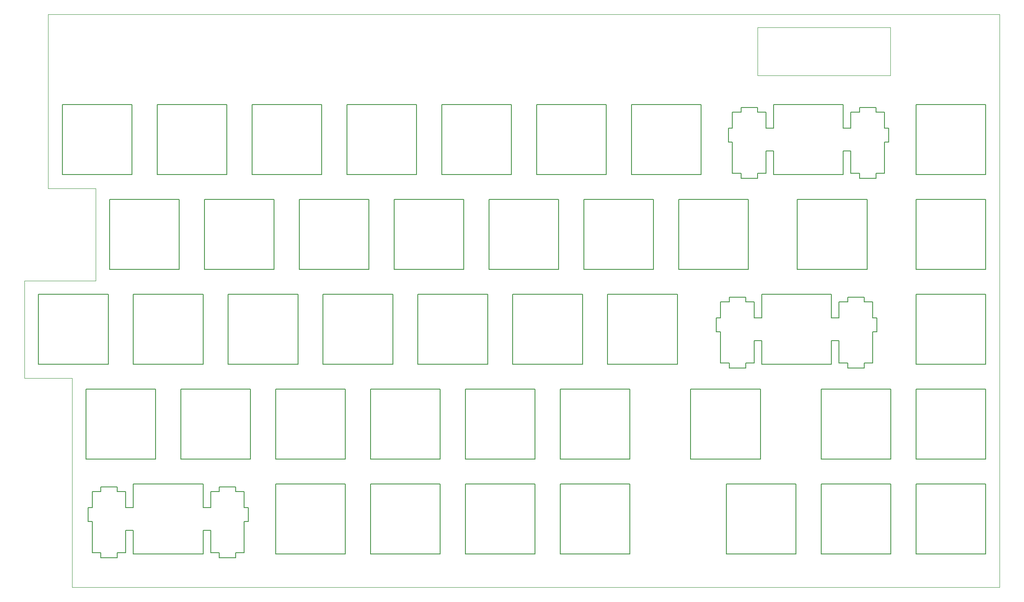
<source format=gbr>
%TF.GenerationSoftware,KiCad,Pcbnew,7.0.9*%
%TF.CreationDate,2024-01-14T19:22:03+01:00*%
%TF.ProjectId,right_plate,72696768-745f-4706-9c61-74652e6b6963,rev?*%
%TF.SameCoordinates,Original*%
%TF.FileFunction,Profile,NP*%
%FSLAX46Y46*%
G04 Gerber Fmt 4.6, Leading zero omitted, Abs format (unit mm)*
G04 Created by KiCad (PCBNEW 7.0.9) date 2024-01-14 19:22:03*
%MOMM*%
%LPD*%
G01*
G04 APERTURE LIST*
%TA.AperFunction,Profile*%
%ADD10C,0.188976*%
%TD*%
%TA.AperFunction,Profile*%
%ADD11C,0.100000*%
%TD*%
G04 APERTURE END LIST*
D10*
X146060194Y-148847598D02*
X160060194Y-148847598D01*
X82610181Y-148616603D02*
X82610181Y-142347598D01*
X183873182Y-91697600D02*
X183873182Y-77697600D01*
X136248182Y-72647599D02*
X136248182Y-58647600D01*
X185673200Y-73397599D02*
X185673200Y-72417600D01*
X185673200Y-72417600D02*
X187398176Y-72417600D01*
X231498182Y-58647600D02*
X217498182Y-58647600D01*
X141010175Y-129797603D02*
X141010175Y-115797603D01*
X211198194Y-60117600D02*
X209473188Y-60117600D01*
X60335188Y-110747599D02*
X74335188Y-110747599D01*
X231498182Y-72647599D02*
X231498182Y-58647600D01*
X117485181Y-96747599D02*
X117485181Y-110747599D01*
X179823194Y-66147600D02*
X180648176Y-66147600D01*
X200541181Y-101447600D02*
X200541181Y-96747599D01*
X77585188Y-136317599D02*
X75860181Y-136317599D01*
X231498182Y-148847598D02*
X231498182Y-134847598D01*
X122248182Y-58647600D02*
X122248182Y-72647599D01*
X179398176Y-148847598D02*
X193398176Y-148847598D01*
X55572187Y-77697600D02*
X55572187Y-91697600D01*
X75860181Y-148616603D02*
X77585188Y-148616603D01*
X187398176Y-72417600D02*
X187398176Y-67947600D01*
X77585188Y-148616603D02*
X77585188Y-149597598D01*
X69860181Y-129797603D02*
X83860181Y-129797603D01*
X117198194Y-58647600D02*
X103198194Y-58647600D01*
X202066175Y-110516600D02*
X203791181Y-110516600D01*
X209473188Y-60117600D02*
X209473188Y-59196600D01*
X206173200Y-59196600D02*
X206173200Y-60117600D01*
X212448194Y-115797603D02*
X198448194Y-115797603D01*
X82610181Y-136317599D02*
X80885175Y-136317599D01*
X41285200Y-110747599D02*
X55285200Y-110747599D01*
X58810194Y-139547603D02*
X58810194Y-136317599D01*
X127010175Y-134847598D02*
X127010175Y-148847598D01*
X53785200Y-148616603D02*
X53785200Y-149597598D01*
X164823194Y-91697600D02*
X164823194Y-77697600D01*
X83860181Y-115797603D02*
X69860181Y-115797603D01*
X74335188Y-144146602D02*
X75860181Y-144146602D01*
X217498182Y-115797603D02*
X217498182Y-129797603D01*
X141010175Y-115797603D02*
X127010175Y-115797603D01*
X160060194Y-134847598D02*
X146060194Y-134847598D01*
X57085188Y-148616603D02*
X58810194Y-148616603D01*
X65098188Y-72647599D02*
X79098188Y-72647599D01*
X174348188Y-58647600D02*
X160348188Y-58647600D01*
X217498182Y-72647599D02*
X231498182Y-72647599D01*
X98148176Y-58647600D02*
X84148176Y-58647600D01*
X75860181Y-136317599D02*
X75860181Y-139547603D01*
X207685194Y-91697600D02*
X207685194Y-77697600D01*
X193398176Y-134847598D02*
X179398176Y-134847598D01*
X207091199Y-111497599D02*
X207091199Y-110516600D01*
X185016187Y-98217601D02*
X183291181Y-98217601D01*
X169873182Y-91697600D02*
X183873182Y-91697600D01*
X179991193Y-98217601D02*
X178266187Y-98217601D01*
X180648176Y-72417600D02*
X182373182Y-72417600D01*
X207091199Y-97297599D02*
X203791181Y-97297599D01*
X211198194Y-63347600D02*
X211198194Y-60117600D01*
X188923200Y-72647599D02*
X202923200Y-72647599D01*
X206173200Y-73397599D02*
X209473188Y-73397599D01*
X231498182Y-134847598D02*
X217498182Y-134847598D01*
X203791181Y-98217601D02*
X202066175Y-98217601D01*
X231498182Y-77697600D02*
X217498182Y-77697600D01*
X178266187Y-98217601D02*
X178266187Y-101447600D01*
X69572187Y-91697600D02*
X69572187Y-77697600D01*
X204448194Y-72417600D02*
X206173200Y-72417600D01*
X177441175Y-101447600D02*
X177441175Y-104247599D01*
X155298200Y-58647600D02*
X141298200Y-58647600D01*
X182373182Y-59196600D02*
X182373182Y-60117600D01*
X98435194Y-110747599D02*
X112435194Y-110747599D01*
X160060194Y-129797603D02*
X160060194Y-115797603D01*
X51235181Y-142347598D02*
X52060194Y-142347598D01*
X46048200Y-72647599D02*
X60048200Y-72647599D01*
X136248182Y-58647600D02*
X122248182Y-58647600D01*
X103198194Y-72647599D02*
X117198194Y-72647599D01*
X179991193Y-111497599D02*
X183291181Y-111497599D01*
X185673200Y-60117600D02*
X185673200Y-59196600D01*
X211198194Y-72417600D02*
X211198194Y-66147600D01*
X179823194Y-63347600D02*
X179823194Y-66147600D01*
X169873182Y-77697600D02*
X169873182Y-91697600D01*
X187398176Y-67947600D02*
X188923200Y-67947600D01*
X209473188Y-73397599D02*
X209473188Y-72417600D01*
X107960188Y-148847598D02*
X121960188Y-148847598D01*
X83435194Y-139547603D02*
X82610181Y-139547603D01*
X112723188Y-91697600D02*
X126723188Y-91697600D01*
X178266187Y-101447600D02*
X177441175Y-101447600D01*
X206173200Y-60117600D02*
X204448194Y-60117600D01*
X179991193Y-97297599D02*
X179991193Y-98217601D01*
X80885175Y-135396602D02*
X77585188Y-135396602D01*
X204448194Y-60117600D02*
X204448194Y-63347600D01*
X55572187Y-91697600D02*
X69572187Y-91697600D01*
X64810194Y-129797603D02*
X64810194Y-115797603D01*
X60335188Y-139547603D02*
X58810194Y-139547603D01*
X74335188Y-139547603D02*
X74335188Y-134847598D01*
X112435194Y-110747599D02*
X112435194Y-96747599D01*
X58810194Y-148616603D02*
X58810194Y-144146602D01*
X217498182Y-96747599D02*
X217498182Y-110747599D01*
X74335188Y-110747599D02*
X74335188Y-96747599D01*
X93673200Y-77697600D02*
X93673200Y-91697600D01*
X208816175Y-110516600D02*
X208816175Y-104247599D01*
X145773176Y-77697600D02*
X131773176Y-77697600D01*
X188923200Y-58647600D02*
X188923200Y-63347600D01*
X102910200Y-148847598D02*
X102910200Y-134847598D01*
X53785200Y-149597598D02*
X57085188Y-149597598D01*
X212023176Y-63347600D02*
X211198194Y-63347600D01*
X60335188Y-148847598D02*
X74335188Y-148847598D01*
X231498182Y-91697600D02*
X231498182Y-77697600D01*
D11*
X185678200Y-43147600D02*
X212348200Y-43147600D01*
X212348200Y-52799600D01*
X185678200Y-52799600D01*
X185678200Y-43147600D01*
D10*
X198448194Y-129797603D02*
X212448194Y-129797603D01*
X183291181Y-98217601D02*
X183291181Y-97297599D01*
X179991193Y-110516600D02*
X179991193Y-111497599D01*
X198448194Y-134847598D02*
X198448194Y-148847598D01*
X80885175Y-148616603D02*
X82610181Y-148616603D01*
X60048200Y-58647600D02*
X46048200Y-58647600D01*
X198448194Y-115797603D02*
X198448194Y-129797603D01*
X52060194Y-139547603D02*
X51235181Y-139547603D01*
X83435194Y-142347598D02*
X83435194Y-139547603D01*
X177441175Y-104247599D02*
X178266187Y-104247599D01*
X58810194Y-144146602D02*
X60335188Y-144146602D01*
X185673200Y-59196600D02*
X182373182Y-59196600D01*
X117485181Y-110747599D02*
X131485181Y-110747599D01*
X75860181Y-144146602D02*
X75860181Y-148616603D01*
X126723188Y-77697600D02*
X112723188Y-77697600D01*
X185016187Y-101447600D02*
X185016187Y-98217601D01*
X202923200Y-63347600D02*
X202923200Y-58647600D01*
X150823194Y-91697600D02*
X164823194Y-91697600D01*
X82610181Y-142347598D02*
X83435194Y-142347598D01*
X179398176Y-134847598D02*
X179398176Y-148847598D01*
X212448194Y-134847598D02*
X198448194Y-134847598D01*
X121960188Y-129797603D02*
X121960188Y-115797603D01*
X209473188Y-59196600D02*
X206173200Y-59196600D01*
X93385175Y-110747599D02*
X93385175Y-96747599D01*
X231498182Y-115797603D02*
X217498182Y-115797603D01*
X136535200Y-110747599D02*
X150535200Y-110747599D01*
X207685194Y-77697600D02*
X193685194Y-77697600D01*
X209473188Y-72417600D02*
X211198194Y-72417600D01*
X231498182Y-129797603D02*
X231498182Y-115797603D01*
X88910200Y-129797603D02*
X102910200Y-129797603D01*
X180648176Y-60117600D02*
X180648176Y-63347600D01*
X164823194Y-77697600D02*
X150823194Y-77697600D01*
X207091199Y-110516600D02*
X208816175Y-110516600D01*
X52060194Y-142347598D02*
X52060194Y-148616603D01*
X217498182Y-110747599D02*
X231498182Y-110747599D01*
X212023176Y-66147600D02*
X212023176Y-63347600D01*
X93385175Y-96747599D02*
X79385175Y-96747599D01*
X183291181Y-97297599D02*
X179991193Y-97297599D01*
X141298200Y-58647600D02*
X141298200Y-72647599D01*
X52060194Y-148616603D02*
X53785200Y-148616603D01*
X74335188Y-134847598D02*
X60335188Y-134847598D01*
X127010175Y-148847598D02*
X141010175Y-148847598D01*
X150535200Y-96747599D02*
X136535200Y-96747599D01*
X182373182Y-72417600D02*
X182373182Y-73397599D01*
X160348188Y-72647599D02*
X174348188Y-72647599D01*
X79098188Y-58647600D02*
X65098188Y-58647600D01*
X183873182Y-77697600D02*
X169873182Y-77697600D01*
X155298200Y-72647599D02*
X155298200Y-58647600D01*
X93673200Y-91697600D02*
X107673200Y-91697600D01*
X172254194Y-129797603D02*
X186254194Y-129797603D01*
X80885175Y-136317599D02*
X80885175Y-135396602D01*
X74623182Y-91697600D02*
X88623182Y-91697600D01*
X69572187Y-77697600D02*
X55572187Y-77697600D01*
X160060194Y-115797603D02*
X146060194Y-115797603D01*
X186254194Y-115797603D02*
X172254194Y-115797603D01*
X160348188Y-58647600D02*
X160348188Y-72647599D01*
X217498182Y-58647600D02*
X217498182Y-72647599D01*
X65098188Y-58647600D02*
X65098188Y-72647599D01*
X150535200Y-110747599D02*
X150535200Y-96747599D01*
X69860181Y-115797603D02*
X69860181Y-129797603D01*
X186254194Y-129797603D02*
X186254194Y-115797603D01*
X50810194Y-129797603D02*
X64810194Y-129797603D01*
X53785200Y-136317599D02*
X52060194Y-136317599D01*
X202066175Y-98217601D02*
X202066175Y-101447600D01*
X107960188Y-115797603D02*
X107960188Y-129797603D01*
X88910200Y-134847598D02*
X88910200Y-148847598D01*
X88623182Y-77697600D02*
X74623182Y-77697600D01*
X202923200Y-72647599D02*
X202923200Y-67947600D01*
X186541181Y-101447600D02*
X185016187Y-101447600D01*
X198448194Y-148847598D02*
X212448194Y-148847598D01*
X77585188Y-149597598D02*
X80885175Y-149597598D01*
X169585188Y-110747599D02*
X169585188Y-96747599D01*
X200541181Y-106047599D02*
X202066175Y-106047599D01*
X141298200Y-72647599D02*
X155298200Y-72647599D01*
X136535200Y-96747599D02*
X136535200Y-110747599D01*
X131485181Y-110747599D02*
X131485181Y-96747599D01*
X203791181Y-111497599D02*
X207091199Y-111497599D01*
X131485181Y-96747599D02*
X117485181Y-96747599D01*
X79098188Y-72647599D02*
X79098188Y-58647600D01*
X103198194Y-58647600D02*
X103198194Y-72647599D01*
X146060194Y-115797603D02*
X146060194Y-129797603D01*
X217498182Y-91697600D02*
X231498182Y-91697600D01*
X84148176Y-72647599D02*
X98148176Y-72647599D01*
X83860181Y-129797603D02*
X83860181Y-115797603D01*
X141010175Y-134847598D02*
X127010175Y-134847598D01*
X231498182Y-110747599D02*
X231498182Y-96747599D01*
X186541181Y-110747599D02*
X200541181Y-110747599D01*
X178266187Y-104247599D02*
X178266187Y-110516600D01*
X112435194Y-96747599D02*
X98435194Y-96747599D01*
X64810194Y-115797603D02*
X50810194Y-115797603D01*
X121960188Y-148847598D02*
X121960188Y-134847598D01*
X112723188Y-77697600D02*
X112723188Y-91697600D01*
X58810194Y-136317599D02*
X57085188Y-136317599D01*
X180648176Y-66147600D02*
X180648176Y-72417600D01*
X79385175Y-110747599D02*
X93385175Y-110747599D01*
X57085188Y-136317599D02*
X57085188Y-135396602D01*
X146060194Y-129797603D02*
X160060194Y-129797603D01*
X172254194Y-115797603D02*
X172254194Y-129797603D01*
X55285200Y-96747599D02*
X41285200Y-96747599D01*
X217498182Y-77697600D02*
X217498182Y-91697600D01*
X183291181Y-111497599D02*
X183291181Y-110516600D01*
X155585188Y-96747599D02*
X155585188Y-110747599D01*
X202066175Y-101447600D02*
X200541181Y-101447600D01*
X80885175Y-149597598D02*
X80885175Y-148616603D01*
X217498182Y-134847598D02*
X217498182Y-148847598D01*
X107673200Y-91697600D02*
X107673200Y-77697600D01*
X187398176Y-60117600D02*
X185673200Y-60117600D01*
X127010175Y-115797603D02*
X127010175Y-129797603D01*
X182373182Y-73397599D02*
X185673200Y-73397599D01*
X82610181Y-139547603D02*
X82610181Y-136317599D01*
X204448194Y-67947600D02*
X204448194Y-72417600D01*
D11*
X234287800Y-155597600D02*
X48004200Y-155597600D01*
X48004200Y-113535600D01*
X38504600Y-113535600D01*
X38504600Y-93977600D01*
X52779400Y-93977600D01*
X52779400Y-75435600D01*
X43229000Y-75435600D01*
X43229000Y-40536000D01*
X234287800Y-40536000D01*
X234287800Y-155597600D01*
D10*
X204448194Y-63347600D02*
X202923200Y-63347600D01*
X53785200Y-135396602D02*
X53785200Y-136317599D01*
X155585188Y-110747599D02*
X169585188Y-110747599D01*
X208816175Y-101447600D02*
X208816175Y-98217601D01*
X57085188Y-135396602D02*
X53785200Y-135396602D01*
X41285200Y-96747599D02*
X41285200Y-110747599D01*
X208816175Y-98217601D02*
X207091199Y-98217601D01*
X186541181Y-106047599D02*
X186541181Y-110747599D01*
X186541181Y-96747599D02*
X186541181Y-101447600D01*
X131773176Y-77697600D02*
X131773176Y-91697600D01*
X107673200Y-77697600D02*
X93673200Y-77697600D01*
X211198194Y-66147600D02*
X212023176Y-66147600D01*
X117198194Y-72647599D02*
X117198194Y-58647600D01*
X126723188Y-91697600D02*
X126723188Y-77697600D01*
X202066175Y-106047599D02*
X202066175Y-110516600D01*
X169585188Y-96747599D02*
X155585188Y-96747599D01*
X202923200Y-67947600D02*
X204448194Y-67947600D01*
X107960188Y-134847598D02*
X107960188Y-148847598D01*
X141010175Y-148847598D02*
X141010175Y-134847598D01*
X107960188Y-129797603D02*
X121960188Y-129797603D01*
X231498182Y-96747599D02*
X217498182Y-96747599D01*
X98148176Y-72647599D02*
X98148176Y-58647600D01*
X127010175Y-129797603D02*
X141010175Y-129797603D01*
X180648176Y-63347600D02*
X179823194Y-63347600D01*
X209641187Y-104247599D02*
X209641187Y-101447600D01*
X146060194Y-134847598D02*
X146060194Y-148847598D01*
X88623182Y-91697600D02*
X88623182Y-77697600D01*
X212448194Y-148847598D02*
X212448194Y-134847598D01*
X50810194Y-115797603D02*
X50810194Y-129797603D01*
X60335188Y-96747599D02*
X60335188Y-110747599D01*
X182373182Y-60117600D02*
X180648176Y-60117600D01*
X74623182Y-77697600D02*
X74623182Y-91697600D01*
X74335188Y-148847598D02*
X74335188Y-144146602D01*
X200541181Y-110747599D02*
X200541181Y-106047599D01*
X122248182Y-72647599D02*
X136248182Y-72647599D01*
X121960188Y-115797603D02*
X107960188Y-115797603D01*
X102910200Y-134847598D02*
X88910200Y-134847598D01*
X74335188Y-96747599D02*
X60335188Y-96747599D01*
X178266187Y-110516600D02*
X179991193Y-110516600D01*
X88910200Y-115797603D02*
X88910200Y-129797603D01*
X102910200Y-129797603D02*
X102910200Y-115797603D01*
X183291181Y-110516600D02*
X185016187Y-110516600D01*
X202923200Y-58647600D02*
X188923200Y-58647600D01*
X60335188Y-134847598D02*
X60335188Y-139547603D01*
X77585188Y-135396602D02*
X77585188Y-136317599D01*
X60048200Y-72647599D02*
X60048200Y-58647600D01*
X203791181Y-97297599D02*
X203791181Y-98217601D01*
X46048200Y-58647600D02*
X46048200Y-72647599D01*
X84148176Y-58647600D02*
X84148176Y-72647599D01*
X185016187Y-110516600D02*
X185016187Y-106047599D01*
X57085188Y-149597598D02*
X57085188Y-148616603D01*
X160060194Y-148847598D02*
X160060194Y-134847598D01*
X212448194Y-129797603D02*
X212448194Y-115797603D01*
X188923200Y-63347600D02*
X187398176Y-63347600D01*
X188923200Y-67947600D02*
X188923200Y-72647599D01*
X52060194Y-136317599D02*
X52060194Y-139547603D01*
X145773176Y-91697600D02*
X145773176Y-77697600D01*
X193685194Y-77697600D02*
X193685194Y-91697600D01*
X187398176Y-63347600D02*
X187398176Y-60117600D01*
X203791181Y-110516600D02*
X203791181Y-111497599D01*
X185016187Y-106047599D02*
X186541181Y-106047599D01*
X79385175Y-96747599D02*
X79385175Y-110747599D01*
X150823194Y-77697600D02*
X150823194Y-91697600D01*
X55285200Y-110747599D02*
X55285200Y-96747599D01*
X88910200Y-148847598D02*
X102910200Y-148847598D01*
X193685194Y-91697600D02*
X207685194Y-91697600D01*
X60335188Y-144146602D02*
X60335188Y-148847598D01*
X102910200Y-115797603D02*
X88910200Y-115797603D01*
X75860181Y-139547603D02*
X74335188Y-139547603D01*
X131773176Y-91697600D02*
X145773176Y-91697600D01*
X98435194Y-96747599D02*
X98435194Y-110747599D01*
X206173200Y-72417600D02*
X206173200Y-73397599D01*
X208816175Y-104247599D02*
X209641187Y-104247599D01*
X200541181Y-96747599D02*
X186541181Y-96747599D01*
X207091199Y-98217601D02*
X207091199Y-97297599D01*
X51235181Y-139547603D02*
X51235181Y-142347598D01*
X209641187Y-101447600D02*
X208816175Y-101447600D01*
X174348188Y-72647599D02*
X174348188Y-58647600D01*
X121960188Y-134847598D02*
X107960188Y-134847598D01*
X217498182Y-129797603D02*
X231498182Y-129797603D01*
X193398176Y-148847598D02*
X193398176Y-134847598D01*
X217498182Y-148847598D02*
X231498182Y-148847598D01*
M02*

</source>
